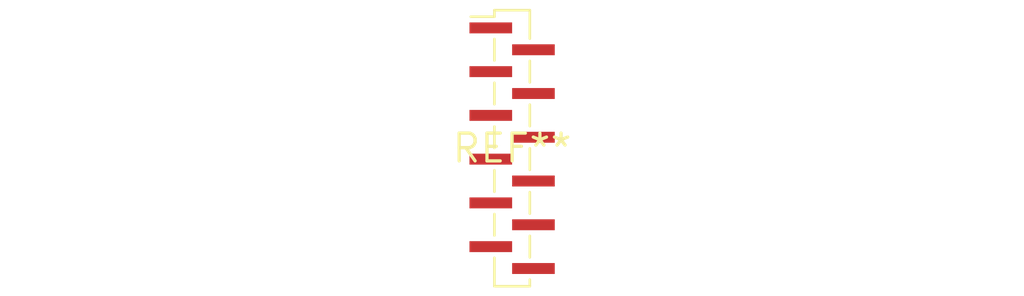
<source format=kicad_pcb>
(kicad_pcb (version 20240108) (generator pcbnew)
  (layers (0 "F.Cu" signal) (31 "B.Cu" signal) (34 "B.Paste" user) (35 "F.Paste" user) (36 "B.SilkS" user "B.Silkscreen") (37 "F.SilkS" user "F.Silkscreen") (38 "B.Mask" user) (39 "F.Mask" user) (44 "Edge.Cuts" user))
  (net 0 "")
  (footprint "PinSocket_1x12_P1.00mm_Vertical_SMD_Pin1Left" (layer "F.Cu") (at 0 0)
    (property "Reference" "REF**")
    (property "Value" "PinSocket_1x12_P1.00mm_Vertical_SMD_Pin1Left")
    (fp_line (start -1.89 -6.01) (end -0.81 -6.01) (layer "F.SilkS") (stroke (width 0.12)))
    (fp_line (start -0.81 -6.31) (end -0.81 -6.01) (layer "F.SilkS") (stroke (width 0.12)))
    (fp_line (start -0.81 -6.31) (end 0.81 -6.31) (layer "F.SilkS") (stroke (width 0.12)))
    (fp_line (start -0.81 -4.99) (end -0.81 -4.01) (layer "F.SilkS") (stroke (width 0.12)))
    (fp_line (start -0.81 -2.99) (end -0.81 -2.01) (layer "F.SilkS") (stroke (width 0.12)))
    (fp_line (start -0.81 -0.99) (end -0.81 -0.01) (layer "F.SilkS") (stroke (width 0.12)))
    (fp_line (start -0.81 1.01) (end -0.81 1.99) (layer "F.SilkS") (stroke (width 0.12)))
    (fp_line (start -0.81 3.01) (end -0.81 3.99) (layer "F.SilkS") (stroke (width 0.12)))
    (fp_line (start -0.81 5.01) (end -0.81 6.31) (layer "F.SilkS") (stroke (width 0.12)))
    (fp_line (start -0.81 6.31) (end 0.81 6.31) (layer "F.SilkS") (stroke (width 0.12)))
    (fp_line (start 0.81 -6.31) (end 0.81 -5.01) (layer "F.SilkS") (stroke (width 0.12)))
    (fp_line (start 0.81 -3.99) (end 0.81 -3.01) (layer "F.SilkS") (stroke (width 0.12)))
    (fp_line (start 0.81 -1.99) (end 0.81 -1.01) (layer "F.SilkS") (stroke (width 0.12)))
    (fp_line (start 0.81 0.01) (end 0.81 0.99) (layer "F.SilkS") (stroke (width 0.12)))
    (fp_line (start 0.81 2.01) (end 0.81 2.99) (layer "F.SilkS") (stroke (width 0.12)))
    (fp_line (start 0.81 4.01) (end 0.81 4.99) (layer "F.SilkS") (stroke (width 0.12)))
    (fp_line (start 0.81 6.01) (end 0.81 6.31) (layer "F.SilkS") (stroke (width 0.12)))
    (pad "1" smd rect (at -0.975 -5.5) (size 1.95 0.5) (layers "F.Cu" "F.Paste" "F.Mask"))
    (pad "2" smd rect (at 0.975 -4.5) (size 1.95 0.5) (layers "F.Cu" "F.Paste" "F.Mask"))
    (pad "3" smd rect (at -0.975 -3.5) (size 1.95 0.5) (layers "F.Cu" "F.Paste" "F.Mask"))
    (pad "4" smd rect (at 0.975 -2.5) (size 1.95 0.5) (layers "F.Cu" "F.Paste" "F.Mask"))
    (pad "5" smd rect (at -0.975 -1.5) (size 1.95 0.5) (layers "F.Cu" "F.Paste" "F.Mask"))
    (pad "6" smd rect (at 0.975 -0.5) (size 1.95 0.5) (layers "F.Cu" "F.Paste" "F.Mask"))
    (pad "7" smd rect (at -0.975 0.5) (size 1.95 0.5) (layers "F.Cu" "F.Paste" "F.Mask"))
    (pad "8" smd rect (at 0.975 1.5) (size 1.95 0.5) (layers "F.Cu" "F.Paste" "F.Mask"))
    (pad "9" smd rect (at -0.975 2.5) (size 1.95 0.5) (layers "F.Cu" "F.Paste" "F.Mask"))
    (pad "10" smd rect (at 0.975 3.5) (size 1.95 0.5) (layers "F.Cu" "F.Paste" "F.Mask"))
    (pad "11" smd rect (at -0.975 4.5) (size 1.95 0.5) (layers "F.Cu" "F.Paste" "F.Mask"))
    (pad "12" smd rect (at 0.975 5.5) (size 1.95 0.5) (layers "F.Cu" "F.Paste" "F.Mask"))
  )
)
</source>
